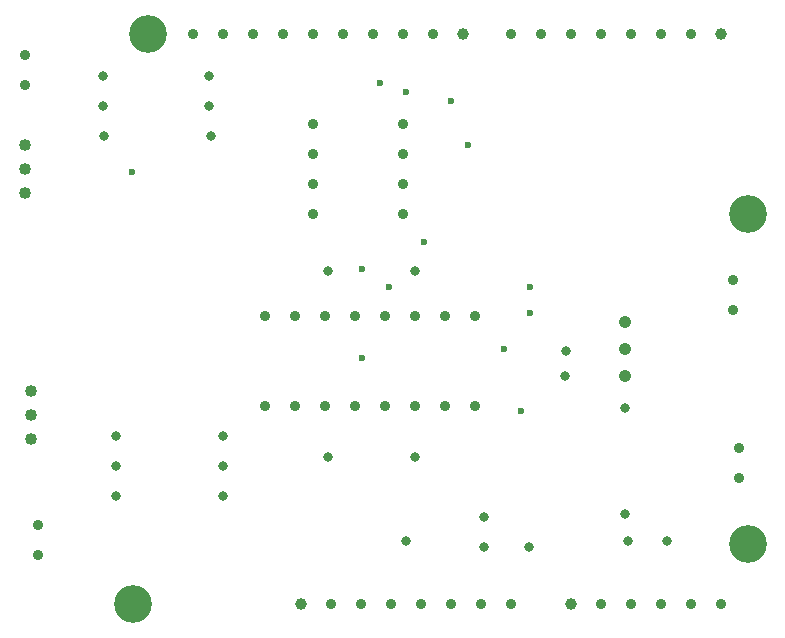
<source format=gbr>
G04 Generated by Ultiboard 13.0 *
%FSLAX34Y34*%
%MOMM*%

%ADD11C,3.2000*%
%ADD12C,1.0160*%
%ADD13C,0.8890*%
%ADD14C,0.9949*%
%ADD15C,1.0668*%
%ADD16C,0.8000*%
%ADD17C,0.6000*%


G04 ColorRGB 000000 for the following layer *
%LNDrill-Copper Top-Copper Bottom*%
%LPD*%
G54D11*
X533400Y248920D03*
X1054100Y299720D03*
X1054100Y579120D03*
X546100Y731520D03*
G54D12*
X441960Y637540D03*
X441960Y596900D03*
X441960Y617220D03*
X447040Y388620D03*
X447040Y429260D03*
X447040Y408940D03*
G54D13*
X453242Y290682D03*
X453242Y316082D03*
X853440Y731520D03*
X980440Y731520D03*
X1005840Y731520D03*
X955040Y731520D03*
X904240Y731520D03*
X929640Y731520D03*
X878840Y731520D03*
X736600Y731520D03*
X762000Y731520D03*
X787400Y731520D03*
X685800Y731520D03*
X711200Y731520D03*
X660400Y731520D03*
X609600Y731520D03*
X635000Y731520D03*
X584200Y731520D03*
X853440Y248920D03*
X726440Y248920D03*
X701040Y248920D03*
X751840Y248920D03*
X802640Y248920D03*
X777240Y248920D03*
X828040Y248920D03*
X929640Y248920D03*
X955040Y248920D03*
X1005840Y248920D03*
X980440Y248920D03*
X1031240Y248920D03*
X1041400Y523240D03*
X1041400Y497840D03*
X1046480Y355600D03*
X1046480Y381000D03*
X441960Y714036D03*
X441960Y688636D03*
X685800Y579120D03*
X762000Y604520D03*
X762000Y655320D03*
X762000Y629920D03*
X685800Y655320D03*
X685800Y604520D03*
X685800Y629920D03*
X762000Y579120D03*
X645160Y492760D03*
X695960Y416560D03*
X670560Y416560D03*
X721360Y416560D03*
X772160Y416560D03*
X746760Y416560D03*
X797560Y416560D03*
X822960Y416560D03*
X797560Y492760D03*
X721360Y492760D03*
X695960Y492760D03*
X670560Y492760D03*
X772160Y492760D03*
X746760Y492760D03*
X822960Y492760D03*
X645160Y416560D03*
G54D14*
X1031240Y731520D03*
X812800Y731520D03*
X675640Y248920D03*
X904240Y248920D03*
G54D15*
X949960Y487680D03*
X949960Y464780D03*
X949960Y441880D03*
G54D16*
X519600Y365760D03*
X609600Y365660D03*
X519600Y340360D03*
X609600Y340260D03*
X598000Y670560D03*
X508000Y670660D03*
X509440Y645160D03*
X599440Y645060D03*
X598000Y695960D03*
X508000Y696060D03*
X772160Y530860D03*
X698500Y530860D03*
X772160Y373380D03*
X698500Y373380D03*
X949960Y415120D03*
X949860Y325120D03*
X830580Y297180D03*
X868680Y297180D03*
X830580Y322580D03*
X899880Y462900D03*
X985520Y302260D03*
X952500Y302260D03*
X519600Y391160D03*
X609600Y391060D03*
X764540Y302260D03*
X899160Y441960D03*
G54D17*
X870000Y517500D03*
X750000Y517500D03*
X532500Y615000D03*
X780000Y555000D03*
X870000Y495000D03*
X765000Y682500D03*
X802500Y675000D03*
X847500Y465000D03*
X727500Y457500D03*
X727500Y532500D03*
X817500Y637500D03*
X742500Y690000D03*
X862500Y412500D03*

M02*

</source>
